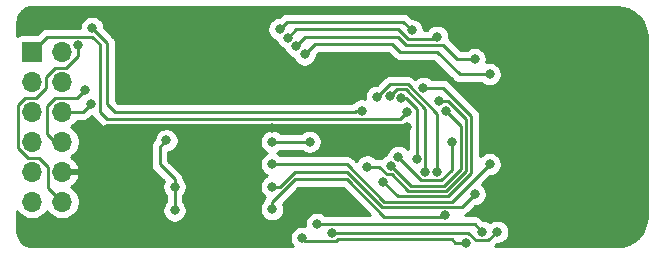
<source format=gbr>
%TF.GenerationSoftware,KiCad,Pcbnew,5.1.9-73d0e3b20d~88~ubuntu20.04.1*%
%TF.CreationDate,2021-03-27T19:40:49+01:00*%
%TF.ProjectId,circledisplay,63697263-6c65-4646-9973-706c61792e6b,rev?*%
%TF.SameCoordinates,Original*%
%TF.FileFunction,Copper,L2,Bot*%
%TF.FilePolarity,Positive*%
%FSLAX46Y46*%
G04 Gerber Fmt 4.6, Leading zero omitted, Abs format (unit mm)*
G04 Created by KiCad (PCBNEW 5.1.9-73d0e3b20d~88~ubuntu20.04.1) date 2021-03-27 19:40:49*
%MOMM*%
%LPD*%
G01*
G04 APERTURE LIST*
%TA.AperFunction,ComponentPad*%
%ADD10R,1.700000X1.700000*%
%TD*%
%TA.AperFunction,ComponentPad*%
%ADD11O,1.700000X1.700000*%
%TD*%
%TA.AperFunction,ViaPad*%
%ADD12C,0.800000*%
%TD*%
%TA.AperFunction,Conductor*%
%ADD13C,0.250000*%
%TD*%
%TA.AperFunction,Conductor*%
%ADD14C,0.500000*%
%TD*%
%TA.AperFunction,Conductor*%
%ADD15C,0.254000*%
%TD*%
%TA.AperFunction,Conductor*%
%ADD16C,0.100000*%
%TD*%
G04 APERTURE END LIST*
D10*
%TO.P,J1,1*%
%TO.N,A*%
X69850000Y-60960000D03*
D11*
%TO.P,J1,2*%
%TO.N,CLK*%
X72390000Y-60960000D03*
%TO.P,J1,3*%
%TO.N,B*%
X69850000Y-63500000D03*
%TO.P,J1,4*%
%TO.N,SER*%
X72390000Y-63500000D03*
%TO.P,J1,5*%
%TO.N,BTN1*%
X69850000Y-66040000D03*
%TO.P,J1,6*%
%TO.N,LAT*%
X72390000Y-66040000D03*
%TO.P,J1,7*%
%TO.N,BTN2*%
X69850000Y-68580000D03*
%TO.P,J1,8*%
%TO.N,OE*%
X72390000Y-68580000D03*
%TO.P,J1,9*%
%TO.N,GND*%
X69850000Y-71120000D03*
%TO.P,J1,10*%
X72390000Y-71120000D03*
%TO.P,J1,11*%
%TO.N,VCC*%
X69850000Y-73660000D03*
%TO.P,J1,12*%
X72390000Y-73660000D03*
%TD*%
D12*
%TO.N,VCC*%
X81217808Y-68459419D03*
X81915000Y-72390000D03*
X106574847Y-77120153D03*
X92710000Y-76740010D03*
X81915000Y-74385000D03*
X73752885Y-60415000D03*
%TO.N,BTN1*%
X107950000Y-76200000D03*
X93980000Y-75565000D03*
%TO.N,BTN2*%
X109220000Y-76200000D03*
X95250000Y-76290000D03*
%TO.N,GND*%
X101600000Y-67310000D03*
X78740000Y-71120000D03*
X90170000Y-67400000D03*
X90895000Y-64753079D03*
X110490000Y-59690000D03*
X70485000Y-58420000D03*
X75565000Y-69215000D03*
X112395000Y-73660000D03*
%TO.N,Net-(D1-Pad2)*%
X90805000Y-59055000D03*
X101999221Y-59159951D03*
%TO.N,Net-(D10-Pad2)*%
X102994299Y-64010701D03*
X99580616Y-71980286D03*
X91512108Y-59762108D03*
X104140000Y-59690000D03*
%TO.N,Net-(D11-Pad2)*%
X104297908Y-65172603D03*
X98229847Y-70680153D03*
X92219216Y-60469216D03*
X107315000Y-61595000D03*
%TO.N,Net-(D12-Pad2)*%
X104866106Y-66014566D03*
X100223716Y-70608836D03*
X92926324Y-61176324D03*
X108585000Y-62865000D03*
%TO.N,Net-(D13-Pad2)*%
X105410000Y-68580000D03*
X100875000Y-69850000D03*
X90170000Y-68580000D03*
X93345000Y-68580000D03*
%TO.N,Net-(D14-Pad2)*%
X104167807Y-71107349D03*
X99060000Y-64770000D03*
X90170000Y-70485000D03*
X108585000Y-70485000D03*
%TO.N,Net-(D15-Pad2)*%
X103155153Y-71120000D03*
X100133248Y-64743839D03*
X90170000Y-72390000D03*
X107315000Y-73025000D03*
%TO.N,Net-(D16-Pad2)*%
X102430153Y-70045153D03*
X101124526Y-64875645D03*
X90170000Y-74295000D03*
X104775000Y-74820050D03*
%TO.N,A*%
X101600000Y-66040000D03*
%TO.N,B*%
X97790000Y-65950000D03*
X74930000Y-58965000D03*
%TO.N,LAT*%
X74840000Y-65405000D03*
%TO.N,OE*%
X74295000Y-64225000D03*
%TD*%
D13*
%TO.N,VCC*%
X106574847Y-77120153D02*
X105695153Y-77120153D01*
X105695153Y-77120153D02*
X105410000Y-76835000D01*
X105410000Y-76835000D02*
X95778002Y-76835000D01*
X95778002Y-76835000D02*
X95598001Y-77015001D01*
X95598001Y-77015001D02*
X94795001Y-77015001D01*
X92984991Y-77015001D02*
X92710000Y-76740010D01*
X94795001Y-77015001D02*
X92984991Y-77015001D01*
X81915000Y-74385000D02*
X81915000Y-72390000D01*
X71214999Y-70745997D02*
X71214999Y-72484999D01*
X70414001Y-69944999D02*
X71214999Y-70745997D01*
X69475997Y-69944999D02*
X70414001Y-69944999D01*
X68674999Y-69144001D02*
X69475997Y-69944999D01*
X68674999Y-65475999D02*
X68674999Y-69144001D01*
X69285999Y-64864999D02*
X68674999Y-65475999D01*
X70224003Y-64864999D02*
X69285999Y-64864999D01*
X71025001Y-64064001D02*
X70224003Y-64864999D01*
X71025001Y-63125997D02*
X71025001Y-64064001D01*
X71825999Y-62324999D02*
X71025001Y-63125997D01*
X72764003Y-62324999D02*
X71825999Y-62324999D01*
X71214999Y-72484999D02*
X72390000Y-73660000D01*
X73752885Y-61336117D02*
X72764003Y-62324999D01*
X73752885Y-60415000D02*
X73752885Y-61336117D01*
X80645000Y-70485000D02*
X80645000Y-69032227D01*
X81915000Y-71755000D02*
X80645000Y-70485000D01*
X80645000Y-69032227D02*
X81217808Y-68459419D01*
X81915000Y-72390000D02*
X81915000Y-71755000D01*
%TO.N,BTN1*%
X107950000Y-76200000D02*
X107315000Y-75565000D01*
X107315000Y-75565000D02*
X93980000Y-75565000D01*
%TO.N,BTN2*%
X108494999Y-76925001D02*
X107405001Y-76925001D01*
X109220000Y-76200000D02*
X108494999Y-76925001D01*
X106770000Y-76290000D02*
X95250000Y-76290000D01*
X107405001Y-76925001D02*
X106770000Y-76290000D01*
D14*
%TO.N,GND*%
X76200000Y-67310000D02*
X75565000Y-67945000D01*
X75565000Y-70485000D02*
X74930000Y-71120000D01*
X74930000Y-71120000D02*
X72390000Y-71120000D01*
D13*
X90170000Y-67310000D02*
X90170000Y-67400000D01*
D14*
X101600000Y-67310000D02*
X90170000Y-67310000D01*
X90170000Y-67310000D02*
X76200000Y-67310000D01*
X75565000Y-69215000D02*
X75565000Y-70485000D01*
X75565000Y-67945000D02*
X75565000Y-69215000D01*
D13*
%TO.N,Net-(D1-Pad2)*%
X90805000Y-59055000D02*
X91440000Y-58420000D01*
X101259270Y-58420000D02*
X101999221Y-59159951D01*
X91440000Y-58420000D02*
X101259270Y-58420000D01*
%TO.N,Net-(D10-Pad2)*%
X102994299Y-64010701D02*
X104650701Y-64010701D01*
X107035020Y-66395020D02*
X107035020Y-71222368D01*
X104650701Y-64010701D02*
X107035020Y-66395020D01*
X100795360Y-73195030D02*
X99580616Y-71980286D01*
X105062356Y-73195030D02*
X100795360Y-73195030D01*
X107035020Y-71222368D02*
X105062356Y-73195030D01*
X91512108Y-59762108D02*
X92219216Y-59055000D01*
X92219216Y-59055000D02*
X100821268Y-59055000D01*
X103945048Y-59884952D02*
X104140000Y-59690000D01*
X101651220Y-59884952D02*
X103945048Y-59884952D01*
X100821268Y-59055000D02*
X101651220Y-59884952D01*
%TO.N,Net-(D11-Pad2)*%
X104875957Y-72745021D02*
X101723490Y-72745020D01*
X106585010Y-71035968D02*
X104875957Y-72745021D01*
X106585010Y-66660468D02*
X106585010Y-71035968D01*
X105097145Y-65172603D02*
X106585010Y-66660468D01*
X104297908Y-65172603D02*
X105097145Y-65172603D01*
X100312307Y-71333837D02*
X99908837Y-71333837D01*
X101723490Y-72745020D02*
X100312307Y-71333837D01*
X99255153Y-70680153D02*
X98229847Y-70680153D01*
X99908837Y-71333837D02*
X99255153Y-70680153D01*
X92219216Y-60469216D02*
X92998432Y-59690000D01*
X101544859Y-60415001D02*
X104684999Y-60415001D01*
X100819858Y-59690000D02*
X101544859Y-60415001D01*
X92998432Y-59690000D02*
X100819858Y-59690000D01*
X105864998Y-61595000D02*
X107315000Y-61595000D01*
X104684999Y-60415001D02*
X105864998Y-61595000D01*
%TO.N,Net-(D12-Pad2)*%
X101909891Y-72295011D02*
X100223716Y-70608836D01*
X104689557Y-72295011D02*
X101909891Y-72295011D01*
X106135001Y-70849567D02*
X104689557Y-72295011D01*
X106135001Y-67283461D02*
X106135001Y-70849567D01*
X104866106Y-66014566D02*
X106135001Y-67283461D01*
X92926324Y-61176324D02*
X93777648Y-60325000D01*
X93777648Y-60325000D02*
X100330000Y-60325000D01*
X100330000Y-60325000D02*
X100965000Y-60960000D01*
X100965000Y-60960000D02*
X104140000Y-60960000D01*
X106045000Y-62865000D02*
X108585000Y-62865000D01*
X104140000Y-60960000D02*
X106045000Y-62865000D01*
%TO.N,Net-(D13-Pad2)*%
X100875000Y-69912849D02*
X100875000Y-69850000D01*
X102807152Y-71845001D02*
X100875000Y-69912849D01*
X104503157Y-71845001D02*
X102807152Y-71845001D01*
X105410000Y-70938158D02*
X104503157Y-71845001D01*
X105410000Y-68580000D02*
X105410000Y-70938158D01*
X90170000Y-68580000D02*
X93345000Y-68580000D01*
%TO.N,Net-(D14-Pad2)*%
X100129366Y-63700634D02*
X99060000Y-64770000D01*
X101658927Y-63700634D02*
X100129366Y-63700634D01*
X104167807Y-66209514D02*
X101658927Y-63700634D01*
X104167807Y-71107349D02*
X104167807Y-66209514D01*
X90170000Y-70485000D02*
X96520000Y-70485000D01*
X105424960Y-73645040D02*
X108585000Y-70485000D01*
X99680040Y-73645040D02*
X105424960Y-73645040D01*
X96520000Y-70485000D02*
X99680040Y-73645040D01*
%TO.N,Net-(D15-Pad2)*%
X100726443Y-64150644D02*
X100133248Y-64743839D01*
X101472527Y-64150644D02*
X100726443Y-64150644D01*
X103155153Y-65833270D02*
X101472527Y-64150644D01*
X103155153Y-71120000D02*
X103155153Y-65833270D01*
X90170000Y-72390000D02*
X90805000Y-72390000D01*
X92075000Y-71120000D02*
X96518590Y-71120000D01*
X90805000Y-72390000D02*
X92075000Y-71120000D01*
X106244950Y-74095050D02*
X107315000Y-73025000D01*
X99493640Y-74095050D02*
X106244950Y-74095050D01*
X96518590Y-71120000D02*
X99493640Y-74095050D01*
%TO.N,Net-(D16-Pad2)*%
X101508647Y-64875645D02*
X101124526Y-64875645D01*
X102430153Y-65797151D02*
X101508647Y-64875645D01*
X102430153Y-70045153D02*
X102430153Y-65797151D01*
X90170000Y-74295000D02*
X90170000Y-73661410D01*
X92076410Y-71755000D02*
X96517180Y-71755000D01*
X90170000Y-73661410D02*
X92076410Y-71755000D01*
X96517180Y-71755000D02*
X99692180Y-74930000D01*
X104665050Y-74930000D02*
X104775000Y-74820050D01*
X99692180Y-74930000D02*
X104665050Y-74930000D01*
%TO.N,A*%
X71120000Y-59690000D02*
X69850000Y-60960000D01*
X74930000Y-59690000D02*
X71120000Y-59690000D01*
X75565000Y-60325000D02*
X74930000Y-59690000D01*
X75565000Y-66040000D02*
X75565000Y-60325000D01*
X76200000Y-66675000D02*
X75565000Y-66040000D01*
X100965000Y-66675000D02*
X76200000Y-66675000D01*
X101600000Y-66040000D02*
X100965000Y-66675000D01*
%TO.N,B*%
X97790000Y-65950000D02*
X97245000Y-65950000D01*
X97245000Y-65950000D02*
X97155000Y-66040000D01*
X97155000Y-66040000D02*
X76835000Y-66040000D01*
X76835000Y-66040000D02*
X76200000Y-65405000D01*
X76200000Y-65405000D02*
X76200000Y-60325000D01*
X76200000Y-60235000D02*
X74930000Y-58965000D01*
X76200000Y-60325000D02*
X76200000Y-60235000D01*
%TO.N,LAT*%
X74205000Y-66040000D02*
X72390000Y-66040000D01*
X74840000Y-65405000D02*
X74205000Y-66040000D01*
%TO.N,OE*%
X71825999Y-64864999D02*
X71120000Y-65570998D01*
X73655001Y-64864999D02*
X71825999Y-64864999D01*
X74295000Y-64225000D02*
X73655001Y-64864999D01*
X71120000Y-65570998D02*
X71120000Y-67945000D01*
X71755000Y-68580000D02*
X72390000Y-68580000D01*
X71120000Y-67945000D02*
X71755000Y-68580000D01*
%TD*%
D15*
%TO.N,GND*%
X119867884Y-57226002D02*
X120337188Y-57367694D01*
X120770025Y-57597837D01*
X121149927Y-57907678D01*
X121462403Y-58285397D01*
X121695569Y-58716627D01*
X121840532Y-59184928D01*
X121895000Y-59703153D01*
X121895001Y-74897712D01*
X121843998Y-75417883D01*
X121702307Y-75887186D01*
X121472161Y-76320028D01*
X121162323Y-76699927D01*
X120784600Y-77012406D01*
X120353373Y-77245569D01*
X119885073Y-77390532D01*
X119366847Y-77445000D01*
X109051415Y-77445000D01*
X109058802Y-77435999D01*
X109259801Y-77235000D01*
X109321939Y-77235000D01*
X109521898Y-77195226D01*
X109710256Y-77117205D01*
X109879774Y-77003937D01*
X110023937Y-76859774D01*
X110137205Y-76690256D01*
X110215226Y-76501898D01*
X110255000Y-76301939D01*
X110255000Y-76098061D01*
X110215226Y-75898102D01*
X110137205Y-75709744D01*
X110023937Y-75540226D01*
X109879774Y-75396063D01*
X109710256Y-75282795D01*
X109521898Y-75204774D01*
X109321939Y-75165000D01*
X109118061Y-75165000D01*
X108918102Y-75204774D01*
X108729744Y-75282795D01*
X108585000Y-75379510D01*
X108440256Y-75282795D01*
X108251898Y-75204774D01*
X108051939Y-75165000D01*
X107989801Y-75165000D01*
X107878803Y-75054002D01*
X107855001Y-75024999D01*
X107739276Y-74930026D01*
X107607247Y-74859454D01*
X107463986Y-74815997D01*
X107352333Y-74805000D01*
X107352322Y-74805000D01*
X107315000Y-74801324D01*
X107277678Y-74805000D01*
X106522679Y-74805000D01*
X106537197Y-74800596D01*
X106669226Y-74730024D01*
X106784951Y-74635051D01*
X106808754Y-74606048D01*
X107354802Y-74060000D01*
X107416939Y-74060000D01*
X107616898Y-74020226D01*
X107805256Y-73942205D01*
X107974774Y-73828937D01*
X108118937Y-73684774D01*
X108232205Y-73515256D01*
X108310226Y-73326898D01*
X108350000Y-73126939D01*
X108350000Y-72923061D01*
X108310226Y-72723102D01*
X108232205Y-72534744D01*
X108118937Y-72365226D01*
X107974774Y-72221063D01*
X107944181Y-72200621D01*
X108624803Y-71520000D01*
X108686939Y-71520000D01*
X108886898Y-71480226D01*
X109075256Y-71402205D01*
X109244774Y-71288937D01*
X109388937Y-71144774D01*
X109502205Y-70975256D01*
X109580226Y-70786898D01*
X109620000Y-70586939D01*
X109620000Y-70383061D01*
X109580226Y-70183102D01*
X109502205Y-69994744D01*
X109388937Y-69825226D01*
X109244774Y-69681063D01*
X109075256Y-69567795D01*
X108886898Y-69489774D01*
X108686939Y-69450000D01*
X108483061Y-69450000D01*
X108283102Y-69489774D01*
X108094744Y-69567795D01*
X107925226Y-69681063D01*
X107795020Y-69811269D01*
X107795020Y-66432342D01*
X107798696Y-66395019D01*
X107795020Y-66357696D01*
X107795020Y-66357687D01*
X107784023Y-66246034D01*
X107740566Y-66102773D01*
X107669994Y-65970744D01*
X107575021Y-65855019D01*
X107546024Y-65831222D01*
X105214505Y-63499704D01*
X105190702Y-63470700D01*
X105074977Y-63375727D01*
X104942948Y-63305155D01*
X104799687Y-63261698D01*
X104688034Y-63250701D01*
X104688023Y-63250701D01*
X104650701Y-63247025D01*
X104613379Y-63250701D01*
X103698010Y-63250701D01*
X103654073Y-63206764D01*
X103484555Y-63093496D01*
X103296197Y-63015475D01*
X103096238Y-62975701D01*
X102892360Y-62975701D01*
X102692401Y-63015475D01*
X102504043Y-63093496D01*
X102334525Y-63206764D01*
X102287192Y-63254097D01*
X102222731Y-63189637D01*
X102198928Y-63160633D01*
X102083203Y-63065660D01*
X101951174Y-62995088D01*
X101807913Y-62951631D01*
X101696260Y-62940634D01*
X101696249Y-62940634D01*
X101658927Y-62936958D01*
X101621605Y-62940634D01*
X100166689Y-62940634D01*
X100129366Y-62936958D01*
X100092043Y-62940634D01*
X100092033Y-62940634D01*
X99980380Y-62951631D01*
X99837119Y-62995088D01*
X99705089Y-63065660D01*
X99631569Y-63125997D01*
X99589365Y-63160633D01*
X99565567Y-63189631D01*
X99020199Y-63735000D01*
X98958061Y-63735000D01*
X98758102Y-63774774D01*
X98569744Y-63852795D01*
X98400226Y-63966063D01*
X98256063Y-64110226D01*
X98142795Y-64279744D01*
X98064774Y-64468102D01*
X98025000Y-64668061D01*
X98025000Y-64871939D01*
X98039400Y-64944332D01*
X97891939Y-64915000D01*
X97688061Y-64915000D01*
X97488102Y-64954774D01*
X97299744Y-65032795D01*
X97130226Y-65146063D01*
X97066269Y-65210020D01*
X96952753Y-65244454D01*
X96886252Y-65280000D01*
X77149802Y-65280000D01*
X76960000Y-65090199D01*
X76960000Y-60272322D01*
X76963676Y-60234999D01*
X76960000Y-60197676D01*
X76960000Y-60197668D01*
X76949003Y-60086015D01*
X76905546Y-59942754D01*
X76905546Y-59942753D01*
X76834973Y-59810723D01*
X76763799Y-59723997D01*
X76763798Y-59723996D01*
X76740001Y-59694999D01*
X76711003Y-59671201D01*
X75992863Y-58953061D01*
X89770000Y-58953061D01*
X89770000Y-59156939D01*
X89809774Y-59356898D01*
X89887795Y-59545256D01*
X90001063Y-59714774D01*
X90145226Y-59858937D01*
X90314744Y-59972205D01*
X90503102Y-60050226D01*
X90514596Y-60052512D01*
X90516882Y-60064006D01*
X90594903Y-60252364D01*
X90708171Y-60421882D01*
X90852334Y-60566045D01*
X91021852Y-60679313D01*
X91210210Y-60757334D01*
X91221704Y-60759620D01*
X91223990Y-60771114D01*
X91302011Y-60959472D01*
X91415279Y-61128990D01*
X91559442Y-61273153D01*
X91728960Y-61386421D01*
X91917318Y-61464442D01*
X91928812Y-61466728D01*
X91931098Y-61478222D01*
X92009119Y-61666580D01*
X92122387Y-61836098D01*
X92266550Y-61980261D01*
X92436068Y-62093529D01*
X92624426Y-62171550D01*
X92824385Y-62211324D01*
X93028263Y-62211324D01*
X93228222Y-62171550D01*
X93416580Y-62093529D01*
X93586098Y-61980261D01*
X93730261Y-61836098D01*
X93843529Y-61666580D01*
X93921550Y-61478222D01*
X93961324Y-61278263D01*
X93961324Y-61216126D01*
X94092450Y-61085000D01*
X100015199Y-61085000D01*
X100401200Y-61471002D01*
X100424999Y-61500001D01*
X100453997Y-61523799D01*
X100540724Y-61594974D01*
X100672753Y-61665546D01*
X100816014Y-61709003D01*
X100965000Y-61723677D01*
X101002333Y-61720000D01*
X103825199Y-61720000D01*
X105481201Y-63376003D01*
X105504999Y-63405001D01*
X105620724Y-63499974D01*
X105752753Y-63570546D01*
X105896014Y-63614003D01*
X106007667Y-63625000D01*
X106007677Y-63625000D01*
X106045000Y-63628676D01*
X106082323Y-63625000D01*
X107881289Y-63625000D01*
X107925226Y-63668937D01*
X108094744Y-63782205D01*
X108283102Y-63860226D01*
X108483061Y-63900000D01*
X108686939Y-63900000D01*
X108886898Y-63860226D01*
X109075256Y-63782205D01*
X109244774Y-63668937D01*
X109388937Y-63524774D01*
X109502205Y-63355256D01*
X109580226Y-63166898D01*
X109620000Y-62966939D01*
X109620000Y-62763061D01*
X109580226Y-62563102D01*
X109502205Y-62374744D01*
X109388937Y-62205226D01*
X109244774Y-62061063D01*
X109075256Y-61947795D01*
X108886898Y-61869774D01*
X108686939Y-61830000D01*
X108483061Y-61830000D01*
X108316961Y-61863039D01*
X108350000Y-61696939D01*
X108350000Y-61493061D01*
X108310226Y-61293102D01*
X108232205Y-61104744D01*
X108118937Y-60935226D01*
X107974774Y-60791063D01*
X107805256Y-60677795D01*
X107616898Y-60599774D01*
X107416939Y-60560000D01*
X107213061Y-60560000D01*
X107013102Y-60599774D01*
X106824744Y-60677795D01*
X106655226Y-60791063D01*
X106611289Y-60835000D01*
X106179800Y-60835000D01*
X105248803Y-59904004D01*
X105225000Y-59875000D01*
X105167813Y-59828068D01*
X105175000Y-59791939D01*
X105175000Y-59588061D01*
X105135226Y-59388102D01*
X105057205Y-59199744D01*
X104943937Y-59030226D01*
X104799774Y-58886063D01*
X104630256Y-58772795D01*
X104441898Y-58694774D01*
X104241939Y-58655000D01*
X104038061Y-58655000D01*
X103838102Y-58694774D01*
X103649744Y-58772795D01*
X103480226Y-58886063D01*
X103336063Y-59030226D01*
X103272769Y-59124952D01*
X103034221Y-59124952D01*
X103034221Y-59058012D01*
X102994447Y-58858053D01*
X102916426Y-58669695D01*
X102803158Y-58500177D01*
X102658995Y-58356014D01*
X102489477Y-58242746D01*
X102301119Y-58164725D01*
X102101160Y-58124951D01*
X102039022Y-58124951D01*
X101823073Y-57909002D01*
X101799271Y-57879999D01*
X101683546Y-57785026D01*
X101551517Y-57714454D01*
X101408256Y-57670997D01*
X101296603Y-57660000D01*
X101296592Y-57660000D01*
X101259270Y-57656324D01*
X101221948Y-57660000D01*
X91477333Y-57660000D01*
X91440000Y-57656323D01*
X91402667Y-57660000D01*
X91291014Y-57670997D01*
X91147753Y-57714454D01*
X91015724Y-57785026D01*
X90899999Y-57879999D01*
X90876200Y-57908998D01*
X90765198Y-58020000D01*
X90703061Y-58020000D01*
X90503102Y-58059774D01*
X90314744Y-58137795D01*
X90145226Y-58251063D01*
X90001063Y-58395226D01*
X89887795Y-58564744D01*
X89809774Y-58753102D01*
X89770000Y-58953061D01*
X75992863Y-58953061D01*
X75965000Y-58925199D01*
X75965000Y-58863061D01*
X75925226Y-58663102D01*
X75847205Y-58474744D01*
X75733937Y-58305226D01*
X75589774Y-58161063D01*
X75420256Y-58047795D01*
X75231898Y-57969774D01*
X75031939Y-57930000D01*
X74828061Y-57930000D01*
X74628102Y-57969774D01*
X74439744Y-58047795D01*
X74270226Y-58161063D01*
X74126063Y-58305226D01*
X74012795Y-58474744D01*
X73934774Y-58663102D01*
X73895000Y-58863061D01*
X73895000Y-58930000D01*
X71157322Y-58930000D01*
X71119999Y-58926324D01*
X71082676Y-58930000D01*
X71082667Y-58930000D01*
X70971014Y-58940997D01*
X70827753Y-58984454D01*
X70695724Y-59055026D01*
X70579999Y-59149999D01*
X70556201Y-59178997D01*
X70263270Y-59471928D01*
X69000000Y-59471928D01*
X68875518Y-59484188D01*
X68755820Y-59520498D01*
X68645506Y-59579463D01*
X68605000Y-59612705D01*
X68605000Y-58452277D01*
X68631815Y-58178796D01*
X68701867Y-57946774D01*
X68815650Y-57732778D01*
X68968832Y-57544959D01*
X69155577Y-57390470D01*
X69368769Y-57275199D01*
X69600300Y-57203528D01*
X69871725Y-57175000D01*
X119347722Y-57175000D01*
X119867884Y-57226002D01*
%TA.AperFunction,Conductor*%
D16*
G36*
X119867884Y-57226002D02*
G01*
X120337188Y-57367694D01*
X120770025Y-57597837D01*
X121149927Y-57907678D01*
X121462403Y-58285397D01*
X121695569Y-58716627D01*
X121840532Y-59184928D01*
X121895000Y-59703153D01*
X121895001Y-74897712D01*
X121843998Y-75417883D01*
X121702307Y-75887186D01*
X121472161Y-76320028D01*
X121162323Y-76699927D01*
X120784600Y-77012406D01*
X120353373Y-77245569D01*
X119885073Y-77390532D01*
X119366847Y-77445000D01*
X109051415Y-77445000D01*
X109058802Y-77435999D01*
X109259801Y-77235000D01*
X109321939Y-77235000D01*
X109521898Y-77195226D01*
X109710256Y-77117205D01*
X109879774Y-77003937D01*
X110023937Y-76859774D01*
X110137205Y-76690256D01*
X110215226Y-76501898D01*
X110255000Y-76301939D01*
X110255000Y-76098061D01*
X110215226Y-75898102D01*
X110137205Y-75709744D01*
X110023937Y-75540226D01*
X109879774Y-75396063D01*
X109710256Y-75282795D01*
X109521898Y-75204774D01*
X109321939Y-75165000D01*
X109118061Y-75165000D01*
X108918102Y-75204774D01*
X108729744Y-75282795D01*
X108585000Y-75379510D01*
X108440256Y-75282795D01*
X108251898Y-75204774D01*
X108051939Y-75165000D01*
X107989801Y-75165000D01*
X107878803Y-75054002D01*
X107855001Y-75024999D01*
X107739276Y-74930026D01*
X107607247Y-74859454D01*
X107463986Y-74815997D01*
X107352333Y-74805000D01*
X107352322Y-74805000D01*
X107315000Y-74801324D01*
X107277678Y-74805000D01*
X106522679Y-74805000D01*
X106537197Y-74800596D01*
X106669226Y-74730024D01*
X106784951Y-74635051D01*
X106808754Y-74606048D01*
X107354802Y-74060000D01*
X107416939Y-74060000D01*
X107616898Y-74020226D01*
X107805256Y-73942205D01*
X107974774Y-73828937D01*
X108118937Y-73684774D01*
X108232205Y-73515256D01*
X108310226Y-73326898D01*
X108350000Y-73126939D01*
X108350000Y-72923061D01*
X108310226Y-72723102D01*
X108232205Y-72534744D01*
X108118937Y-72365226D01*
X107974774Y-72221063D01*
X107944181Y-72200621D01*
X108624803Y-71520000D01*
X108686939Y-71520000D01*
X108886898Y-71480226D01*
X109075256Y-71402205D01*
X109244774Y-71288937D01*
X109388937Y-71144774D01*
X109502205Y-70975256D01*
X109580226Y-70786898D01*
X109620000Y-70586939D01*
X109620000Y-70383061D01*
X109580226Y-70183102D01*
X109502205Y-69994744D01*
X109388937Y-69825226D01*
X109244774Y-69681063D01*
X109075256Y-69567795D01*
X108886898Y-69489774D01*
X108686939Y-69450000D01*
X108483061Y-69450000D01*
X108283102Y-69489774D01*
X108094744Y-69567795D01*
X107925226Y-69681063D01*
X107795020Y-69811269D01*
X107795020Y-66432342D01*
X107798696Y-66395019D01*
X107795020Y-66357696D01*
X107795020Y-66357687D01*
X107784023Y-66246034D01*
X107740566Y-66102773D01*
X107669994Y-65970744D01*
X107575021Y-65855019D01*
X107546024Y-65831222D01*
X105214505Y-63499704D01*
X105190702Y-63470700D01*
X105074977Y-63375727D01*
X104942948Y-63305155D01*
X104799687Y-63261698D01*
X104688034Y-63250701D01*
X104688023Y-63250701D01*
X104650701Y-63247025D01*
X104613379Y-63250701D01*
X103698010Y-63250701D01*
X103654073Y-63206764D01*
X103484555Y-63093496D01*
X103296197Y-63015475D01*
X103096238Y-62975701D01*
X102892360Y-62975701D01*
X102692401Y-63015475D01*
X102504043Y-63093496D01*
X102334525Y-63206764D01*
X102287192Y-63254097D01*
X102222731Y-63189637D01*
X102198928Y-63160633D01*
X102083203Y-63065660D01*
X101951174Y-62995088D01*
X101807913Y-62951631D01*
X101696260Y-62940634D01*
X101696249Y-62940634D01*
X101658927Y-62936958D01*
X101621605Y-62940634D01*
X100166689Y-62940634D01*
X100129366Y-62936958D01*
X100092043Y-62940634D01*
X100092033Y-62940634D01*
X99980380Y-62951631D01*
X99837119Y-62995088D01*
X99705089Y-63065660D01*
X99631569Y-63125997D01*
X99589365Y-63160633D01*
X99565567Y-63189631D01*
X99020199Y-63735000D01*
X98958061Y-63735000D01*
X98758102Y-63774774D01*
X98569744Y-63852795D01*
X98400226Y-63966063D01*
X98256063Y-64110226D01*
X98142795Y-64279744D01*
X98064774Y-64468102D01*
X98025000Y-64668061D01*
X98025000Y-64871939D01*
X98039400Y-64944332D01*
X97891939Y-64915000D01*
X97688061Y-64915000D01*
X97488102Y-64954774D01*
X97299744Y-65032795D01*
X97130226Y-65146063D01*
X97066269Y-65210020D01*
X96952753Y-65244454D01*
X96886252Y-65280000D01*
X77149802Y-65280000D01*
X76960000Y-65090199D01*
X76960000Y-60272322D01*
X76963676Y-60234999D01*
X76960000Y-60197676D01*
X76960000Y-60197668D01*
X76949003Y-60086015D01*
X76905546Y-59942754D01*
X76905546Y-59942753D01*
X76834973Y-59810723D01*
X76763799Y-59723997D01*
X76763798Y-59723996D01*
X76740001Y-59694999D01*
X76711003Y-59671201D01*
X75992863Y-58953061D01*
X89770000Y-58953061D01*
X89770000Y-59156939D01*
X89809774Y-59356898D01*
X89887795Y-59545256D01*
X90001063Y-59714774D01*
X90145226Y-59858937D01*
X90314744Y-59972205D01*
X90503102Y-60050226D01*
X90514596Y-60052512D01*
X90516882Y-60064006D01*
X90594903Y-60252364D01*
X90708171Y-60421882D01*
X90852334Y-60566045D01*
X91021852Y-60679313D01*
X91210210Y-60757334D01*
X91221704Y-60759620D01*
X91223990Y-60771114D01*
X91302011Y-60959472D01*
X91415279Y-61128990D01*
X91559442Y-61273153D01*
X91728960Y-61386421D01*
X91917318Y-61464442D01*
X91928812Y-61466728D01*
X91931098Y-61478222D01*
X92009119Y-61666580D01*
X92122387Y-61836098D01*
X92266550Y-61980261D01*
X92436068Y-62093529D01*
X92624426Y-62171550D01*
X92824385Y-62211324D01*
X93028263Y-62211324D01*
X93228222Y-62171550D01*
X93416580Y-62093529D01*
X93586098Y-61980261D01*
X93730261Y-61836098D01*
X93843529Y-61666580D01*
X93921550Y-61478222D01*
X93961324Y-61278263D01*
X93961324Y-61216126D01*
X94092450Y-61085000D01*
X100015199Y-61085000D01*
X100401200Y-61471002D01*
X100424999Y-61500001D01*
X100453997Y-61523799D01*
X100540724Y-61594974D01*
X100672753Y-61665546D01*
X100816014Y-61709003D01*
X100965000Y-61723677D01*
X101002333Y-61720000D01*
X103825199Y-61720000D01*
X105481201Y-63376003D01*
X105504999Y-63405001D01*
X105620724Y-63499974D01*
X105752753Y-63570546D01*
X105896014Y-63614003D01*
X106007667Y-63625000D01*
X106007677Y-63625000D01*
X106045000Y-63628676D01*
X106082323Y-63625000D01*
X107881289Y-63625000D01*
X107925226Y-63668937D01*
X108094744Y-63782205D01*
X108283102Y-63860226D01*
X108483061Y-63900000D01*
X108686939Y-63900000D01*
X108886898Y-63860226D01*
X109075256Y-63782205D01*
X109244774Y-63668937D01*
X109388937Y-63524774D01*
X109502205Y-63355256D01*
X109580226Y-63166898D01*
X109620000Y-62966939D01*
X109620000Y-62763061D01*
X109580226Y-62563102D01*
X109502205Y-62374744D01*
X109388937Y-62205226D01*
X109244774Y-62061063D01*
X109075256Y-61947795D01*
X108886898Y-61869774D01*
X108686939Y-61830000D01*
X108483061Y-61830000D01*
X108316961Y-61863039D01*
X108350000Y-61696939D01*
X108350000Y-61493061D01*
X108310226Y-61293102D01*
X108232205Y-61104744D01*
X108118937Y-60935226D01*
X107974774Y-60791063D01*
X107805256Y-60677795D01*
X107616898Y-60599774D01*
X107416939Y-60560000D01*
X107213061Y-60560000D01*
X107013102Y-60599774D01*
X106824744Y-60677795D01*
X106655226Y-60791063D01*
X106611289Y-60835000D01*
X106179800Y-60835000D01*
X105248803Y-59904004D01*
X105225000Y-59875000D01*
X105167813Y-59828068D01*
X105175000Y-59791939D01*
X105175000Y-59588061D01*
X105135226Y-59388102D01*
X105057205Y-59199744D01*
X104943937Y-59030226D01*
X104799774Y-58886063D01*
X104630256Y-58772795D01*
X104441898Y-58694774D01*
X104241939Y-58655000D01*
X104038061Y-58655000D01*
X103838102Y-58694774D01*
X103649744Y-58772795D01*
X103480226Y-58886063D01*
X103336063Y-59030226D01*
X103272769Y-59124952D01*
X103034221Y-59124952D01*
X103034221Y-59058012D01*
X102994447Y-58858053D01*
X102916426Y-58669695D01*
X102803158Y-58500177D01*
X102658995Y-58356014D01*
X102489477Y-58242746D01*
X102301119Y-58164725D01*
X102101160Y-58124951D01*
X102039022Y-58124951D01*
X101823073Y-57909002D01*
X101799271Y-57879999D01*
X101683546Y-57785026D01*
X101551517Y-57714454D01*
X101408256Y-57670997D01*
X101296603Y-57660000D01*
X101296592Y-57660000D01*
X101259270Y-57656324D01*
X101221948Y-57660000D01*
X91477333Y-57660000D01*
X91440000Y-57656323D01*
X91402667Y-57660000D01*
X91291014Y-57670997D01*
X91147753Y-57714454D01*
X91015724Y-57785026D01*
X90899999Y-57879999D01*
X90876200Y-57908998D01*
X90765198Y-58020000D01*
X90703061Y-58020000D01*
X90503102Y-58059774D01*
X90314744Y-58137795D01*
X90145226Y-58251063D01*
X90001063Y-58395226D01*
X89887795Y-58564744D01*
X89809774Y-58753102D01*
X89770000Y-58953061D01*
X75992863Y-58953061D01*
X75965000Y-58925199D01*
X75965000Y-58863061D01*
X75925226Y-58663102D01*
X75847205Y-58474744D01*
X75733937Y-58305226D01*
X75589774Y-58161063D01*
X75420256Y-58047795D01*
X75231898Y-57969774D01*
X75031939Y-57930000D01*
X74828061Y-57930000D01*
X74628102Y-57969774D01*
X74439744Y-58047795D01*
X74270226Y-58161063D01*
X74126063Y-58305226D01*
X74012795Y-58474744D01*
X73934774Y-58663102D01*
X73895000Y-58863061D01*
X73895000Y-58930000D01*
X71157322Y-58930000D01*
X71119999Y-58926324D01*
X71082676Y-58930000D01*
X71082667Y-58930000D01*
X70971014Y-58940997D01*
X70827753Y-58984454D01*
X70695724Y-59055026D01*
X70579999Y-59149999D01*
X70556201Y-59178997D01*
X70263270Y-59471928D01*
X69000000Y-59471928D01*
X68875518Y-59484188D01*
X68755820Y-59520498D01*
X68645506Y-59579463D01*
X68605000Y-59612705D01*
X68605000Y-58452277D01*
X68631815Y-58178796D01*
X68701867Y-57946774D01*
X68815650Y-57732778D01*
X68968832Y-57544959D01*
X69155577Y-57390470D01*
X69368769Y-57275199D01*
X69600300Y-57203528D01*
X69871725Y-57175000D01*
X119347722Y-57175000D01*
X119867884Y-57226002D01*
G37*
%TD.AperFunction*%
D15*
X74930026Y-66464276D02*
X74960789Y-66501760D01*
X75024999Y-66580001D01*
X75054002Y-66603803D01*
X75636200Y-67186002D01*
X75659999Y-67215001D01*
X75688997Y-67238799D01*
X75775724Y-67309974D01*
X75907753Y-67380546D01*
X76051014Y-67424003D01*
X76200000Y-67438677D01*
X76237333Y-67435000D01*
X81062674Y-67435000D01*
X80915910Y-67464193D01*
X80727552Y-67542214D01*
X80558034Y-67655482D01*
X80413871Y-67799645D01*
X80300603Y-67969163D01*
X80222582Y-68157521D01*
X80182808Y-68357480D01*
X80182808Y-68419618D01*
X80133998Y-68468428D01*
X80105000Y-68492226D01*
X80081202Y-68521224D01*
X80081201Y-68521225D01*
X80010026Y-68607951D01*
X79939454Y-68739981D01*
X79916698Y-68815000D01*
X79896406Y-68881898D01*
X79895998Y-68883242D01*
X79881324Y-69032227D01*
X79885001Y-69069559D01*
X79885000Y-70447677D01*
X79881324Y-70485000D01*
X79885000Y-70522322D01*
X79885000Y-70522332D01*
X79895997Y-70633985D01*
X79918651Y-70708665D01*
X79939454Y-70777246D01*
X80010026Y-70909276D01*
X80033729Y-70938158D01*
X80104999Y-71025001D01*
X80134003Y-71048804D01*
X80994031Y-71908832D01*
X80919774Y-72088102D01*
X80880000Y-72288061D01*
X80880000Y-72491939D01*
X80919774Y-72691898D01*
X80997795Y-72880256D01*
X81111063Y-73049774D01*
X81155001Y-73093712D01*
X81155000Y-73681289D01*
X81111063Y-73725226D01*
X80997795Y-73894744D01*
X80919774Y-74083102D01*
X80880000Y-74283061D01*
X80880000Y-74486939D01*
X80919774Y-74686898D01*
X80997795Y-74875256D01*
X81111063Y-75044774D01*
X81255226Y-75188937D01*
X81424744Y-75302205D01*
X81613102Y-75380226D01*
X81813061Y-75420000D01*
X82016939Y-75420000D01*
X82216898Y-75380226D01*
X82405256Y-75302205D01*
X82574774Y-75188937D01*
X82718937Y-75044774D01*
X82832205Y-74875256D01*
X82910226Y-74686898D01*
X82950000Y-74486939D01*
X82950000Y-74283061D01*
X82910226Y-74083102D01*
X82832205Y-73894744D01*
X82718937Y-73725226D01*
X82675000Y-73681289D01*
X82675000Y-73093711D01*
X82718937Y-73049774D01*
X82832205Y-72880256D01*
X82910226Y-72691898D01*
X82950000Y-72491939D01*
X82950000Y-72288061D01*
X82910226Y-72088102D01*
X82832205Y-71899744D01*
X82718937Y-71730226D01*
X82671572Y-71682861D01*
X82664003Y-71606014D01*
X82620546Y-71462753D01*
X82549974Y-71330724D01*
X82455001Y-71214999D01*
X82426003Y-71191201D01*
X81405000Y-70170199D01*
X81405000Y-69477461D01*
X81519706Y-69454645D01*
X81708064Y-69376624D01*
X81877582Y-69263356D01*
X82021745Y-69119193D01*
X82135013Y-68949675D01*
X82213034Y-68761317D01*
X82252808Y-68561358D01*
X82252808Y-68357480D01*
X82213034Y-68157521D01*
X82135013Y-67969163D01*
X82021745Y-67799645D01*
X81877582Y-67655482D01*
X81708064Y-67542214D01*
X81519706Y-67464193D01*
X81372942Y-67435000D01*
X100927678Y-67435000D01*
X100965000Y-67438676D01*
X101002322Y-67435000D01*
X101002333Y-67435000D01*
X101113986Y-67424003D01*
X101257247Y-67380546D01*
X101389276Y-67309974D01*
X101505001Y-67215001D01*
X101528803Y-67185998D01*
X101639801Y-67075000D01*
X101670154Y-67075000D01*
X101670153Y-69181442D01*
X101534774Y-69046063D01*
X101365256Y-68932795D01*
X101176898Y-68854774D01*
X100976939Y-68815000D01*
X100773061Y-68815000D01*
X100573102Y-68854774D01*
X100384744Y-68932795D01*
X100215226Y-69046063D01*
X100071063Y-69190226D01*
X99957795Y-69359744D01*
X99879774Y-69548102D01*
X99861799Y-69638471D01*
X99733460Y-69691631D01*
X99563942Y-69804899D01*
X99429882Y-69938959D01*
X99404139Y-69931150D01*
X99292486Y-69920153D01*
X99292475Y-69920153D01*
X99255153Y-69916477D01*
X99217831Y-69920153D01*
X98933558Y-69920153D01*
X98889621Y-69876216D01*
X98720103Y-69762948D01*
X98531745Y-69684927D01*
X98331786Y-69645153D01*
X98127908Y-69645153D01*
X97927949Y-69684927D01*
X97739591Y-69762948D01*
X97570073Y-69876216D01*
X97425910Y-70020379D01*
X97312642Y-70189897D01*
X97308851Y-70199050D01*
X97083804Y-69974003D01*
X97060001Y-69944999D01*
X96944276Y-69850026D01*
X96812247Y-69779454D01*
X96668986Y-69735997D01*
X96557333Y-69725000D01*
X96557322Y-69725000D01*
X96520000Y-69721324D01*
X96482678Y-69725000D01*
X90873711Y-69725000D01*
X90829774Y-69681063D01*
X90660256Y-69567795D01*
X90575047Y-69532500D01*
X90660256Y-69497205D01*
X90829774Y-69383937D01*
X90873711Y-69340000D01*
X92641289Y-69340000D01*
X92685226Y-69383937D01*
X92854744Y-69497205D01*
X93043102Y-69575226D01*
X93243061Y-69615000D01*
X93446939Y-69615000D01*
X93646898Y-69575226D01*
X93835256Y-69497205D01*
X94004774Y-69383937D01*
X94148937Y-69239774D01*
X94262205Y-69070256D01*
X94340226Y-68881898D01*
X94380000Y-68681939D01*
X94380000Y-68478061D01*
X94340226Y-68278102D01*
X94262205Y-68089744D01*
X94148937Y-67920226D01*
X94004774Y-67776063D01*
X93835256Y-67662795D01*
X93646898Y-67584774D01*
X93446939Y-67545000D01*
X93243061Y-67545000D01*
X93043102Y-67584774D01*
X92854744Y-67662795D01*
X92685226Y-67776063D01*
X92641289Y-67820000D01*
X90873711Y-67820000D01*
X90829774Y-67776063D01*
X90660256Y-67662795D01*
X90471898Y-67584774D01*
X90271939Y-67545000D01*
X90068061Y-67545000D01*
X89868102Y-67584774D01*
X89679744Y-67662795D01*
X89510226Y-67776063D01*
X89366063Y-67920226D01*
X89252795Y-68089744D01*
X89174774Y-68278102D01*
X89135000Y-68478061D01*
X89135000Y-68681939D01*
X89174774Y-68881898D01*
X89252795Y-69070256D01*
X89366063Y-69239774D01*
X89510226Y-69383937D01*
X89679744Y-69497205D01*
X89764953Y-69532500D01*
X89679744Y-69567795D01*
X89510226Y-69681063D01*
X89366063Y-69825226D01*
X89252795Y-69994744D01*
X89174774Y-70183102D01*
X89135000Y-70383061D01*
X89135000Y-70586939D01*
X89174774Y-70786898D01*
X89252795Y-70975256D01*
X89366063Y-71144774D01*
X89510226Y-71288937D01*
X89679744Y-71402205D01*
X89764953Y-71437500D01*
X89679744Y-71472795D01*
X89510226Y-71586063D01*
X89366063Y-71730226D01*
X89252795Y-71899744D01*
X89174774Y-72088102D01*
X89135000Y-72288061D01*
X89135000Y-72491939D01*
X89174774Y-72691898D01*
X89252795Y-72880256D01*
X89366063Y-73049774D01*
X89510226Y-73193937D01*
X89549139Y-73219938D01*
X89535026Y-73237134D01*
X89501544Y-73299774D01*
X89464454Y-73369163D01*
X89420997Y-73512424D01*
X89413582Y-73587707D01*
X89366063Y-73635226D01*
X89252795Y-73804744D01*
X89174774Y-73993102D01*
X89135000Y-74193061D01*
X89135000Y-74396939D01*
X89174774Y-74596898D01*
X89252795Y-74785256D01*
X89366063Y-74954774D01*
X89510226Y-75098937D01*
X89679744Y-75212205D01*
X89868102Y-75290226D01*
X90068061Y-75330000D01*
X90271939Y-75330000D01*
X90471898Y-75290226D01*
X90660256Y-75212205D01*
X90829774Y-75098937D01*
X90973937Y-74954774D01*
X91087205Y-74785256D01*
X91165226Y-74596898D01*
X91205000Y-74396939D01*
X91205000Y-74193061D01*
X91165226Y-73993102D01*
X91091382Y-73814829D01*
X92391212Y-72515000D01*
X96202379Y-72515000D01*
X98492378Y-74805000D01*
X94683711Y-74805000D01*
X94639774Y-74761063D01*
X94470256Y-74647795D01*
X94281898Y-74569774D01*
X94081939Y-74530000D01*
X93878061Y-74530000D01*
X93678102Y-74569774D01*
X93489744Y-74647795D01*
X93320226Y-74761063D01*
X93176063Y-74905226D01*
X93062795Y-75074744D01*
X92984774Y-75263102D01*
X92945000Y-75463061D01*
X92945000Y-75666939D01*
X92958366Y-75734136D01*
X92811939Y-75705010D01*
X92608061Y-75705010D01*
X92408102Y-75744784D01*
X92219744Y-75822805D01*
X92050226Y-75936073D01*
X91906063Y-76080236D01*
X91792795Y-76249754D01*
X91714774Y-76438112D01*
X91675000Y-76638071D01*
X91675000Y-76841949D01*
X91714774Y-77041908D01*
X91792795Y-77230266D01*
X91906063Y-77399784D01*
X91951279Y-77445000D01*
X69882277Y-77445000D01*
X69608795Y-77418185D01*
X69376774Y-77348133D01*
X69162778Y-77234350D01*
X68974961Y-77081169D01*
X68820471Y-76894424D01*
X68705198Y-76681231D01*
X68633528Y-76449701D01*
X68605000Y-76178276D01*
X68605000Y-74469655D01*
X68696525Y-74606632D01*
X68903368Y-74813475D01*
X69146589Y-74975990D01*
X69416842Y-75087932D01*
X69703740Y-75145000D01*
X69996260Y-75145000D01*
X70283158Y-75087932D01*
X70553411Y-74975990D01*
X70796632Y-74813475D01*
X71003475Y-74606632D01*
X71120000Y-74432240D01*
X71236525Y-74606632D01*
X71443368Y-74813475D01*
X71686589Y-74975990D01*
X71956842Y-75087932D01*
X72243740Y-75145000D01*
X72536260Y-75145000D01*
X72823158Y-75087932D01*
X73093411Y-74975990D01*
X73336632Y-74813475D01*
X73543475Y-74606632D01*
X73705990Y-74363411D01*
X73817932Y-74093158D01*
X73875000Y-73806260D01*
X73875000Y-73513740D01*
X73817932Y-73226842D01*
X73705990Y-72956589D01*
X73543475Y-72713368D01*
X73336632Y-72506525D01*
X73154466Y-72384805D01*
X73271355Y-72315178D01*
X73487588Y-72120269D01*
X73661641Y-71886920D01*
X73786825Y-71624099D01*
X73831476Y-71476890D01*
X73710155Y-71247000D01*
X72517000Y-71247000D01*
X72517000Y-71267000D01*
X72263000Y-71267000D01*
X72263000Y-71247000D01*
X72243000Y-71247000D01*
X72243000Y-70993000D01*
X72263000Y-70993000D01*
X72263000Y-70973000D01*
X72517000Y-70973000D01*
X72517000Y-70993000D01*
X73710155Y-70993000D01*
X73831476Y-70763110D01*
X73786825Y-70615901D01*
X73661641Y-70353080D01*
X73487588Y-70119731D01*
X73271355Y-69924822D01*
X73154466Y-69855195D01*
X73336632Y-69733475D01*
X73543475Y-69526632D01*
X73705990Y-69283411D01*
X73817932Y-69013158D01*
X73875000Y-68726260D01*
X73875000Y-68433740D01*
X73817932Y-68146842D01*
X73705990Y-67876589D01*
X73543475Y-67633368D01*
X73336632Y-67426525D01*
X73162240Y-67310000D01*
X73336632Y-67193475D01*
X73543475Y-66986632D01*
X73668178Y-66800000D01*
X74167678Y-66800000D01*
X74205000Y-66803676D01*
X74242322Y-66800000D01*
X74242333Y-66800000D01*
X74353986Y-66789003D01*
X74497247Y-66745546D01*
X74629276Y-66674974D01*
X74745001Y-66580001D01*
X74768803Y-66550998D01*
X74879801Y-66440000D01*
X74917050Y-66440000D01*
X74930026Y-66464276D01*
%TA.AperFunction,Conductor*%
D16*
G36*
X74930026Y-66464276D02*
G01*
X74960789Y-66501760D01*
X75024999Y-66580001D01*
X75054002Y-66603803D01*
X75636200Y-67186002D01*
X75659999Y-67215001D01*
X75688997Y-67238799D01*
X75775724Y-67309974D01*
X75907753Y-67380546D01*
X76051014Y-67424003D01*
X76200000Y-67438677D01*
X76237333Y-67435000D01*
X81062674Y-67435000D01*
X80915910Y-67464193D01*
X80727552Y-67542214D01*
X80558034Y-67655482D01*
X80413871Y-67799645D01*
X80300603Y-67969163D01*
X80222582Y-68157521D01*
X80182808Y-68357480D01*
X80182808Y-68419618D01*
X80133998Y-68468428D01*
X80105000Y-68492226D01*
X80081202Y-68521224D01*
X80081201Y-68521225D01*
X80010026Y-68607951D01*
X79939454Y-68739981D01*
X79916698Y-68815000D01*
X79896406Y-68881898D01*
X79895998Y-68883242D01*
X79881324Y-69032227D01*
X79885001Y-69069559D01*
X79885000Y-70447677D01*
X79881324Y-70485000D01*
X79885000Y-70522322D01*
X79885000Y-70522332D01*
X79895997Y-70633985D01*
X79918651Y-70708665D01*
X79939454Y-70777246D01*
X80010026Y-70909276D01*
X80033729Y-70938158D01*
X80104999Y-71025001D01*
X80134003Y-71048804D01*
X80994031Y-71908832D01*
X80919774Y-72088102D01*
X80880000Y-72288061D01*
X80880000Y-72491939D01*
X80919774Y-72691898D01*
X80997795Y-72880256D01*
X81111063Y-73049774D01*
X81155001Y-73093712D01*
X81155000Y-73681289D01*
X81111063Y-73725226D01*
X80997795Y-73894744D01*
X80919774Y-74083102D01*
X80880000Y-74283061D01*
X80880000Y-74486939D01*
X80919774Y-74686898D01*
X80997795Y-74875256D01*
X81111063Y-75044774D01*
X81255226Y-75188937D01*
X81424744Y-75302205D01*
X81613102Y-75380226D01*
X81813061Y-75420000D01*
X82016939Y-75420000D01*
X82216898Y-75380226D01*
X82405256Y-75302205D01*
X82574774Y-75188937D01*
X82718937Y-75044774D01*
X82832205Y-74875256D01*
X82910226Y-74686898D01*
X82950000Y-74486939D01*
X82950000Y-74283061D01*
X82910226Y-74083102D01*
X82832205Y-73894744D01*
X82718937Y-73725226D01*
X82675000Y-73681289D01*
X82675000Y-73093711D01*
X82718937Y-73049774D01*
X82832205Y-72880256D01*
X82910226Y-72691898D01*
X82950000Y-72491939D01*
X82950000Y-72288061D01*
X82910226Y-72088102D01*
X82832205Y-71899744D01*
X82718937Y-71730226D01*
X82671572Y-71682861D01*
X82664003Y-71606014D01*
X82620546Y-71462753D01*
X82549974Y-71330724D01*
X82455001Y-71214999D01*
X82426003Y-71191201D01*
X81405000Y-70170199D01*
X81405000Y-69477461D01*
X81519706Y-69454645D01*
X81708064Y-69376624D01*
X81877582Y-69263356D01*
X82021745Y-69119193D01*
X82135013Y-68949675D01*
X82213034Y-68761317D01*
X82252808Y-68561358D01*
X82252808Y-68357480D01*
X82213034Y-68157521D01*
X82135013Y-67969163D01*
X82021745Y-67799645D01*
X81877582Y-67655482D01*
X81708064Y-67542214D01*
X81519706Y-67464193D01*
X81372942Y-67435000D01*
X100927678Y-67435000D01*
X100965000Y-67438676D01*
X101002322Y-67435000D01*
X101002333Y-67435000D01*
X101113986Y-67424003D01*
X101257247Y-67380546D01*
X101389276Y-67309974D01*
X101505001Y-67215001D01*
X101528803Y-67185998D01*
X101639801Y-67075000D01*
X101670154Y-67075000D01*
X101670153Y-69181442D01*
X101534774Y-69046063D01*
X101365256Y-68932795D01*
X101176898Y-68854774D01*
X100976939Y-68815000D01*
X100773061Y-68815000D01*
X100573102Y-68854774D01*
X100384744Y-68932795D01*
X100215226Y-69046063D01*
X100071063Y-69190226D01*
X99957795Y-69359744D01*
X99879774Y-69548102D01*
X99861799Y-69638471D01*
X99733460Y-69691631D01*
X99563942Y-69804899D01*
X99429882Y-69938959D01*
X99404139Y-69931150D01*
X99292486Y-69920153D01*
X99292475Y-69920153D01*
X99255153Y-69916477D01*
X99217831Y-69920153D01*
X98933558Y-69920153D01*
X98889621Y-69876216D01*
X98720103Y-69762948D01*
X98531745Y-69684927D01*
X98331786Y-69645153D01*
X98127908Y-69645153D01*
X97927949Y-69684927D01*
X97739591Y-69762948D01*
X97570073Y-69876216D01*
X97425910Y-70020379D01*
X97312642Y-70189897D01*
X97308851Y-70199050D01*
X97083804Y-69974003D01*
X97060001Y-69944999D01*
X96944276Y-69850026D01*
X96812247Y-69779454D01*
X96668986Y-69735997D01*
X96557333Y-69725000D01*
X96557322Y-69725000D01*
X96520000Y-69721324D01*
X96482678Y-69725000D01*
X90873711Y-69725000D01*
X90829774Y-69681063D01*
X90660256Y-69567795D01*
X90575047Y-69532500D01*
X90660256Y-69497205D01*
X90829774Y-69383937D01*
X90873711Y-69340000D01*
X92641289Y-69340000D01*
X92685226Y-69383937D01*
X92854744Y-69497205D01*
X93043102Y-69575226D01*
X93243061Y-69615000D01*
X93446939Y-69615000D01*
X93646898Y-69575226D01*
X93835256Y-69497205D01*
X94004774Y-69383937D01*
X94148937Y-69239774D01*
X94262205Y-69070256D01*
X94340226Y-68881898D01*
X94380000Y-68681939D01*
X94380000Y-68478061D01*
X94340226Y-68278102D01*
X94262205Y-68089744D01*
X94148937Y-67920226D01*
X94004774Y-67776063D01*
X93835256Y-67662795D01*
X93646898Y-67584774D01*
X93446939Y-67545000D01*
X93243061Y-67545000D01*
X93043102Y-67584774D01*
X92854744Y-67662795D01*
X92685226Y-67776063D01*
X92641289Y-67820000D01*
X90873711Y-67820000D01*
X90829774Y-67776063D01*
X90660256Y-67662795D01*
X90471898Y-67584774D01*
X90271939Y-67545000D01*
X90068061Y-67545000D01*
X89868102Y-67584774D01*
X89679744Y-67662795D01*
X89510226Y-67776063D01*
X89366063Y-67920226D01*
X89252795Y-68089744D01*
X89174774Y-68278102D01*
X89135000Y-68478061D01*
X89135000Y-68681939D01*
X89174774Y-68881898D01*
X89252795Y-69070256D01*
X89366063Y-69239774D01*
X89510226Y-69383937D01*
X89679744Y-69497205D01*
X89764953Y-69532500D01*
X89679744Y-69567795D01*
X89510226Y-69681063D01*
X89366063Y-69825226D01*
X89252795Y-69994744D01*
X89174774Y-70183102D01*
X89135000Y-70383061D01*
X89135000Y-70586939D01*
X89174774Y-70786898D01*
X89252795Y-70975256D01*
X89366063Y-71144774D01*
X89510226Y-71288937D01*
X89679744Y-71402205D01*
X89764953Y-71437500D01*
X89679744Y-71472795D01*
X89510226Y-71586063D01*
X89366063Y-71730226D01*
X89252795Y-71899744D01*
X89174774Y-72088102D01*
X89135000Y-72288061D01*
X89135000Y-72491939D01*
X89174774Y-72691898D01*
X89252795Y-72880256D01*
X89366063Y-73049774D01*
X89510226Y-73193937D01*
X89549139Y-73219938D01*
X89535026Y-73237134D01*
X89501544Y-73299774D01*
X89464454Y-73369163D01*
X89420997Y-73512424D01*
X89413582Y-73587707D01*
X89366063Y-73635226D01*
X89252795Y-73804744D01*
X89174774Y-73993102D01*
X89135000Y-74193061D01*
X89135000Y-74396939D01*
X89174774Y-74596898D01*
X89252795Y-74785256D01*
X89366063Y-74954774D01*
X89510226Y-75098937D01*
X89679744Y-75212205D01*
X89868102Y-75290226D01*
X90068061Y-75330000D01*
X90271939Y-75330000D01*
X90471898Y-75290226D01*
X90660256Y-75212205D01*
X90829774Y-75098937D01*
X90973937Y-74954774D01*
X91087205Y-74785256D01*
X91165226Y-74596898D01*
X91205000Y-74396939D01*
X91205000Y-74193061D01*
X91165226Y-73993102D01*
X91091382Y-73814829D01*
X92391212Y-72515000D01*
X96202379Y-72515000D01*
X98492378Y-74805000D01*
X94683711Y-74805000D01*
X94639774Y-74761063D01*
X94470256Y-74647795D01*
X94281898Y-74569774D01*
X94081939Y-74530000D01*
X93878061Y-74530000D01*
X93678102Y-74569774D01*
X93489744Y-74647795D01*
X93320226Y-74761063D01*
X93176063Y-74905226D01*
X93062795Y-75074744D01*
X92984774Y-75263102D01*
X92945000Y-75463061D01*
X92945000Y-75666939D01*
X92958366Y-75734136D01*
X92811939Y-75705010D01*
X92608061Y-75705010D01*
X92408102Y-75744784D01*
X92219744Y-75822805D01*
X92050226Y-75936073D01*
X91906063Y-76080236D01*
X91792795Y-76249754D01*
X91714774Y-76438112D01*
X91675000Y-76638071D01*
X91675000Y-76841949D01*
X91714774Y-77041908D01*
X91792795Y-77230266D01*
X91906063Y-77399784D01*
X91951279Y-77445000D01*
X69882277Y-77445000D01*
X69608795Y-77418185D01*
X69376774Y-77348133D01*
X69162778Y-77234350D01*
X68974961Y-77081169D01*
X68820471Y-76894424D01*
X68705198Y-76681231D01*
X68633528Y-76449701D01*
X68605000Y-76178276D01*
X68605000Y-74469655D01*
X68696525Y-74606632D01*
X68903368Y-74813475D01*
X69146589Y-74975990D01*
X69416842Y-75087932D01*
X69703740Y-75145000D01*
X69996260Y-75145000D01*
X70283158Y-75087932D01*
X70553411Y-74975990D01*
X70796632Y-74813475D01*
X71003475Y-74606632D01*
X71120000Y-74432240D01*
X71236525Y-74606632D01*
X71443368Y-74813475D01*
X71686589Y-74975990D01*
X71956842Y-75087932D01*
X72243740Y-75145000D01*
X72536260Y-75145000D01*
X72823158Y-75087932D01*
X73093411Y-74975990D01*
X73336632Y-74813475D01*
X73543475Y-74606632D01*
X73705990Y-74363411D01*
X73817932Y-74093158D01*
X73875000Y-73806260D01*
X73875000Y-73513740D01*
X73817932Y-73226842D01*
X73705990Y-72956589D01*
X73543475Y-72713368D01*
X73336632Y-72506525D01*
X73154466Y-72384805D01*
X73271355Y-72315178D01*
X73487588Y-72120269D01*
X73661641Y-71886920D01*
X73786825Y-71624099D01*
X73831476Y-71476890D01*
X73710155Y-71247000D01*
X72517000Y-71247000D01*
X72517000Y-71267000D01*
X72263000Y-71267000D01*
X72263000Y-71247000D01*
X72243000Y-71247000D01*
X72243000Y-70993000D01*
X72263000Y-70993000D01*
X72263000Y-70973000D01*
X72517000Y-70973000D01*
X72517000Y-70993000D01*
X73710155Y-70993000D01*
X73831476Y-70763110D01*
X73786825Y-70615901D01*
X73661641Y-70353080D01*
X73487588Y-70119731D01*
X73271355Y-69924822D01*
X73154466Y-69855195D01*
X73336632Y-69733475D01*
X73543475Y-69526632D01*
X73705990Y-69283411D01*
X73817932Y-69013158D01*
X73875000Y-68726260D01*
X73875000Y-68433740D01*
X73817932Y-68146842D01*
X73705990Y-67876589D01*
X73543475Y-67633368D01*
X73336632Y-67426525D01*
X73162240Y-67310000D01*
X73336632Y-67193475D01*
X73543475Y-66986632D01*
X73668178Y-66800000D01*
X74167678Y-66800000D01*
X74205000Y-66803676D01*
X74242322Y-66800000D01*
X74242333Y-66800000D01*
X74353986Y-66789003D01*
X74497247Y-66745546D01*
X74629276Y-66674974D01*
X74745001Y-66580001D01*
X74768803Y-66550998D01*
X74879801Y-66440000D01*
X74917050Y-66440000D01*
X74930026Y-66464276D01*
G37*
%TD.AperFunction*%
D15*
X69977000Y-70993000D02*
X69997000Y-70993000D01*
X69997000Y-71247000D01*
X69977000Y-71247000D01*
X69977000Y-71267000D01*
X69723000Y-71267000D01*
X69723000Y-71247000D01*
X69703000Y-71247000D01*
X69703000Y-70993000D01*
X69723000Y-70993000D01*
X69723000Y-70973000D01*
X69977000Y-70973000D01*
X69977000Y-70993000D01*
%TA.AperFunction,Conductor*%
D16*
G36*
X69977000Y-70993000D02*
G01*
X69997000Y-70993000D01*
X69997000Y-71247000D01*
X69977000Y-71247000D01*
X69977000Y-71267000D01*
X69723000Y-71267000D01*
X69723000Y-71247000D01*
X69703000Y-71247000D01*
X69703000Y-70993000D01*
X69723000Y-70993000D01*
X69723000Y-70973000D01*
X69977000Y-70973000D01*
X69977000Y-70993000D01*
G37*
%TD.AperFunction*%
%TD*%
M02*

</source>
